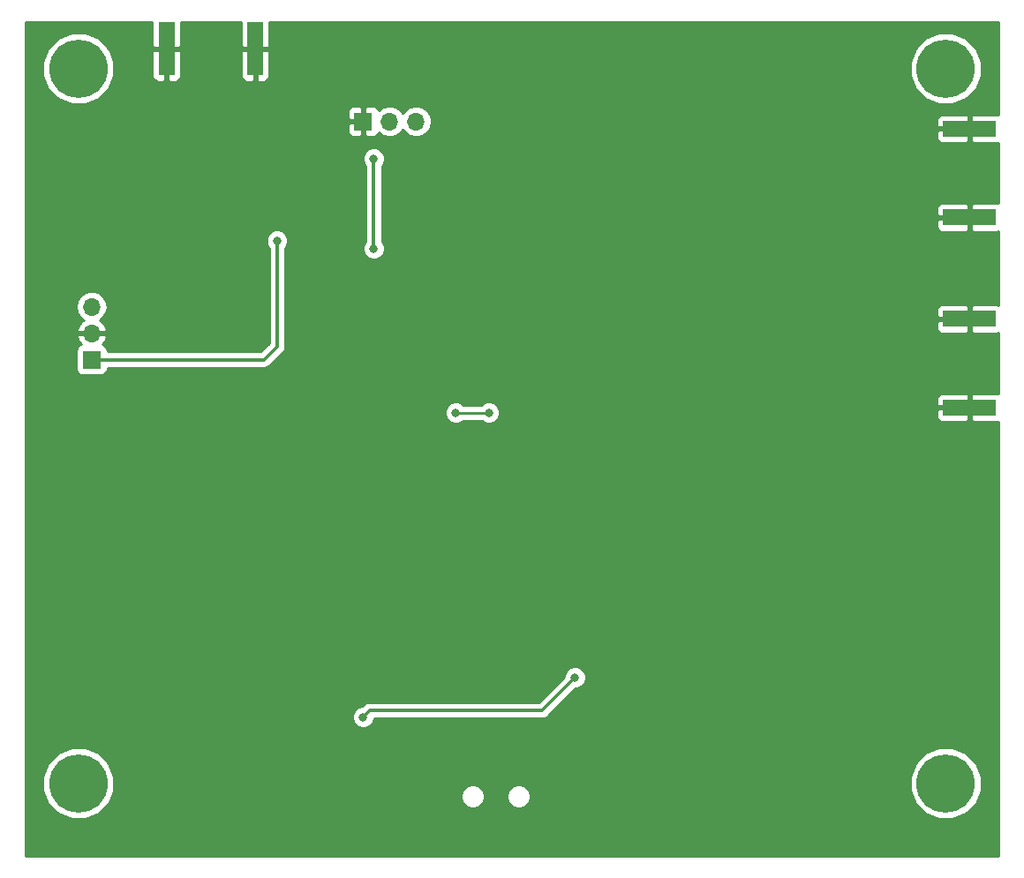
<source format=gbr>
G04 #@! TF.GenerationSoftware,KiCad,Pcbnew,(6.0.0-rc1-dev-1154-gcbd13c712)*
G04 #@! TF.CreationDate,2018-11-28T14:30:39+08:00*
G04 #@! TF.ProjectId,8330_EVA,38333330-5f45-4564-912e-6b696361645f,rev?*
G04 #@! TF.SameCoordinates,Original*
G04 #@! TF.FileFunction,Copper,L2,Bot*
G04 #@! TF.FilePolarity,Positive*
%FSLAX46Y46*%
G04 Gerber Fmt 4.6, Leading zero omitted, Abs format (unit mm)*
G04 Created by KiCad (PCBNEW (6.0.0-rc1-dev-1154-gcbd13c712)) date 2018/11/28 14:30:39*
%MOMM*%
%LPD*%
G01*
G04 APERTURE LIST*
G04 #@! TA.AperFunction,SMDPad,CuDef*
%ADD10R,1.500000X5.080000*%
G04 #@! TD*
G04 #@! TA.AperFunction,ComponentPad*
%ADD11O,1.700000X1.700000*%
G04 #@! TD*
G04 #@! TA.AperFunction,ComponentPad*
%ADD12R,1.700000X1.700000*%
G04 #@! TD*
G04 #@! TA.AperFunction,SMDPad,CuDef*
%ADD13R,5.080000X1.500000*%
G04 #@! TD*
G04 #@! TA.AperFunction,ComponentPad*
%ADD14C,5.600000*%
G04 #@! TD*
G04 #@! TA.AperFunction,ViaPad*
%ADD15C,0.800000*%
G04 #@! TD*
G04 #@! TA.AperFunction,Conductor*
%ADD16C,0.300000*%
G04 #@! TD*
G04 #@! TA.AperFunction,Conductor*
%ADD17C,0.250000*%
G04 #@! TD*
G04 #@! TA.AperFunction,Conductor*
%ADD18C,0.254000*%
G04 #@! TD*
G04 APERTURE END LIST*
D10*
G04 #@! TO.P,J2,2*
G04 #@! TO.N,Earth*
X129345000Y-51435000D03*
X120845000Y-51435000D03*
G04 #@! TD*
D11*
G04 #@! TO.P,J3,3*
G04 #@! TO.N,/VCA/VEE_-5V*
X113665000Y-76200000D03*
G04 #@! TO.P,J3,2*
G04 #@! TO.N,Earth*
X113665000Y-78740000D03*
D12*
G04 #@! TO.P,J3,1*
G04 #@! TO.N,/DAC/VCC_+5V*
X113665000Y-81280000D03*
G04 #@! TD*
D13*
G04 #@! TO.P,J4,2*
G04 #@! TO.N,Earth*
X197866000Y-85875440D03*
X197866000Y-77375440D03*
G04 #@! TD*
G04 #@! TO.P,J5,2*
G04 #@! TO.N,Earth*
X197866000Y-59123000D03*
X197866000Y-67623000D03*
G04 #@! TD*
D12*
G04 #@! TO.P,J6,1*
G04 #@! TO.N,Earth*
X139700000Y-58420000D03*
D11*
G04 #@! TO.P,J6,2*
G04 #@! TO.N,Net-(J6-Pad2)*
X142240000Y-58420000D03*
G04 #@! TO.P,J6,3*
G04 #@! TO.N,Net-(C25-Pad1)*
X144780000Y-58420000D03*
G04 #@! TD*
D14*
G04 #@! TO.P,REF\002A\002A,1*
G04 #@! TO.N,N/C*
X112395000Y-53340000D03*
G04 #@! TD*
G04 #@! TO.P,REF\002A\002A,1*
G04 #@! TO.N,N/C*
X112395000Y-121920000D03*
G04 #@! TD*
G04 #@! TO.P,REF\002A\002A,1*
G04 #@! TO.N,N/C*
X195580000Y-53340000D03*
G04 #@! TD*
G04 #@! TO.P,REF\002A\002A,1*
G04 #@! TO.N,N/C*
X195580000Y-121920000D03*
G04 #@! TD*
D15*
G04 #@! TO.N,Earth*
X137160000Y-82804000D03*
X142748000Y-82550000D03*
X147320000Y-82296000D03*
X135890000Y-91440000D03*
X139192000Y-91186000D03*
X136652000Y-64770000D03*
X139192000Y-64770000D03*
X143510000Y-65024000D03*
X145034000Y-69342000D03*
X129032000Y-67310000D03*
X140335000Y-83820000D03*
X147955000Y-84455000D03*
X121920000Y-85090000D03*
X124460000Y-85090000D03*
X127000000Y-85090000D03*
X137160000Y-76835000D03*
X149225000Y-76835000D03*
X116840000Y-67945000D03*
X119380000Y-67945000D03*
X121920000Y-67945000D03*
X138684000Y-94488000D03*
X145288000Y-95758000D03*
X123444000Y-95250000D03*
X142875000Y-111760000D03*
X142875000Y-113665000D03*
X142875000Y-104140000D03*
X133985000Y-104140000D03*
X140970000Y-104775000D03*
X154850000Y-97155000D03*
G04 #@! TO.N,/USB2SPI/VCCIO*
X139700000Y-115570000D03*
X160020000Y-111760000D03*
G04 #@! TO.N,/USB2SPI/MPSSE_SCK*
X151765000Y-86360000D03*
X148590000Y-86360000D03*
G04 #@! TO.N,/DAC/VCC_+5V*
X131445000Y-69850000D03*
G04 #@! TO.N,Net-(J6-Pad2)*
X140716000Y-61976000D03*
X140716000Y-70612000D03*
G04 #@! TD*
D16*
G04 #@! TO.N,/USB2SPI/VCCIO*
X139700000Y-115570000D02*
X140335000Y-114935000D01*
X140335000Y-114935000D02*
X156845000Y-114935000D01*
X156845000Y-114935000D02*
X160020000Y-111760000D01*
D17*
G04 #@! TO.N,/USB2SPI/MPSSE_SCK*
X151765000Y-86360000D02*
X148590000Y-86360000D01*
D16*
G04 #@! TO.N,/DAC/VCC_+5V*
X113665000Y-81280000D02*
X128905000Y-81280000D01*
X128905000Y-81280000D02*
X130175000Y-81280000D01*
X131445000Y-80010000D02*
X131445000Y-69850000D01*
X130175000Y-81280000D02*
X131445000Y-80010000D01*
G04 #@! TO.N,Net-(J6-Pad2)*
X140716000Y-61976000D02*
X140716000Y-70612000D01*
G04 #@! TD*
D18*
G04 #@! TO.N,Earth*
G36*
X119460000Y-51149250D02*
X119618750Y-51308000D01*
X120718000Y-51308000D01*
X120718000Y-51288000D01*
X120972000Y-51288000D01*
X120972000Y-51308000D01*
X122071250Y-51308000D01*
X122230000Y-51149250D01*
X122230000Y-48920000D01*
X127960000Y-48920000D01*
X127960000Y-51149250D01*
X128118750Y-51308000D01*
X129218000Y-51308000D01*
X129218000Y-51288000D01*
X129472000Y-51288000D01*
X129472000Y-51308000D01*
X130571250Y-51308000D01*
X130730000Y-51149250D01*
X130730000Y-48920000D01*
X200635001Y-48920000D01*
X200635001Y-57780536D01*
X200532310Y-57738000D01*
X198151750Y-57738000D01*
X197993000Y-57896750D01*
X197993000Y-58996000D01*
X198013000Y-58996000D01*
X198013000Y-59250000D01*
X197993000Y-59250000D01*
X197993000Y-60349250D01*
X198151750Y-60508000D01*
X200532310Y-60508000D01*
X200635001Y-60465464D01*
X200635001Y-66280536D01*
X200532310Y-66238000D01*
X198151750Y-66238000D01*
X197993000Y-66396750D01*
X197993000Y-67496000D01*
X198013000Y-67496000D01*
X198013000Y-67750000D01*
X197993000Y-67750000D01*
X197993000Y-68849250D01*
X198151750Y-69008000D01*
X200532310Y-69008000D01*
X200635001Y-68965464D01*
X200635001Y-76032976D01*
X200532310Y-75990440D01*
X198151750Y-75990440D01*
X197993000Y-76149190D01*
X197993000Y-77248440D01*
X198013000Y-77248440D01*
X198013000Y-77502440D01*
X197993000Y-77502440D01*
X197993000Y-78601690D01*
X198151750Y-78760440D01*
X200532310Y-78760440D01*
X200635001Y-78717904D01*
X200635001Y-84532976D01*
X200532310Y-84490440D01*
X198151750Y-84490440D01*
X197993000Y-84649190D01*
X197993000Y-85748440D01*
X198013000Y-85748440D01*
X198013000Y-86002440D01*
X197993000Y-86002440D01*
X197993000Y-87101690D01*
X198151750Y-87260440D01*
X200532310Y-87260440D01*
X200635001Y-87217904D01*
X200635000Y-128880000D01*
X107340000Y-128880000D01*
X107340000Y-121236736D01*
X108960000Y-121236736D01*
X108960000Y-122603264D01*
X109482947Y-123865771D01*
X110449229Y-124832053D01*
X111711736Y-125355000D01*
X113078264Y-125355000D01*
X114340771Y-124832053D01*
X115307053Y-123865771D01*
X115680481Y-122964234D01*
X149065000Y-122964234D01*
X149065000Y-123415766D01*
X149237793Y-123832926D01*
X149557074Y-124152207D01*
X149974234Y-124325000D01*
X150425766Y-124325000D01*
X150842926Y-124152207D01*
X151162207Y-123832926D01*
X151335000Y-123415766D01*
X151335000Y-122964234D01*
X153465000Y-122964234D01*
X153465000Y-123415766D01*
X153637793Y-123832926D01*
X153957074Y-124152207D01*
X154374234Y-124325000D01*
X154825766Y-124325000D01*
X155242926Y-124152207D01*
X155562207Y-123832926D01*
X155735000Y-123415766D01*
X155735000Y-122964234D01*
X155562207Y-122547074D01*
X155242926Y-122227793D01*
X154825766Y-122055000D01*
X154374234Y-122055000D01*
X153957074Y-122227793D01*
X153637793Y-122547074D01*
X153465000Y-122964234D01*
X151335000Y-122964234D01*
X151162207Y-122547074D01*
X150842926Y-122227793D01*
X150425766Y-122055000D01*
X149974234Y-122055000D01*
X149557074Y-122227793D01*
X149237793Y-122547074D01*
X149065000Y-122964234D01*
X115680481Y-122964234D01*
X115830000Y-122603264D01*
X115830000Y-121236736D01*
X192145000Y-121236736D01*
X192145000Y-122603264D01*
X192667947Y-123865771D01*
X193634229Y-124832053D01*
X194896736Y-125355000D01*
X196263264Y-125355000D01*
X197525771Y-124832053D01*
X198492053Y-123865771D01*
X199015000Y-122603264D01*
X199015000Y-121236736D01*
X198492053Y-119974229D01*
X197525771Y-119007947D01*
X196263264Y-118485000D01*
X194896736Y-118485000D01*
X193634229Y-119007947D01*
X192667947Y-119974229D01*
X192145000Y-121236736D01*
X115830000Y-121236736D01*
X115307053Y-119974229D01*
X114340771Y-119007947D01*
X113078264Y-118485000D01*
X111711736Y-118485000D01*
X110449229Y-119007947D01*
X109482947Y-119974229D01*
X108960000Y-121236736D01*
X107340000Y-121236736D01*
X107340000Y-115364126D01*
X138665000Y-115364126D01*
X138665000Y-115775874D01*
X138822569Y-116156280D01*
X139113720Y-116447431D01*
X139494126Y-116605000D01*
X139905874Y-116605000D01*
X140286280Y-116447431D01*
X140577431Y-116156280D01*
X140735000Y-115775874D01*
X140735000Y-115720000D01*
X156767688Y-115720000D01*
X156845000Y-115735378D01*
X156922312Y-115720000D01*
X156922316Y-115720000D01*
X157151292Y-115674454D01*
X157410953Y-115500953D01*
X157454749Y-115435408D01*
X160095158Y-112795000D01*
X160225874Y-112795000D01*
X160606280Y-112637431D01*
X160897431Y-112346280D01*
X161055000Y-111965874D01*
X161055000Y-111554126D01*
X160897431Y-111173720D01*
X160606280Y-110882569D01*
X160225874Y-110725000D01*
X159814126Y-110725000D01*
X159433720Y-110882569D01*
X159142569Y-111173720D01*
X158985000Y-111554126D01*
X158985000Y-111684842D01*
X156519843Y-114150000D01*
X140412312Y-114150000D01*
X140335000Y-114134622D01*
X140257688Y-114150000D01*
X140257684Y-114150000D01*
X140028708Y-114195546D01*
X139769047Y-114369047D01*
X139725251Y-114434592D01*
X139624843Y-114535000D01*
X139494126Y-114535000D01*
X139113720Y-114692569D01*
X138822569Y-114983720D01*
X138665000Y-115364126D01*
X107340000Y-115364126D01*
X107340000Y-86154126D01*
X147555000Y-86154126D01*
X147555000Y-86565874D01*
X147712569Y-86946280D01*
X148003720Y-87237431D01*
X148384126Y-87395000D01*
X148795874Y-87395000D01*
X149176280Y-87237431D01*
X149293711Y-87120000D01*
X151061289Y-87120000D01*
X151178720Y-87237431D01*
X151559126Y-87395000D01*
X151970874Y-87395000D01*
X152351280Y-87237431D01*
X152642431Y-86946280D01*
X152800000Y-86565874D01*
X152800000Y-86161190D01*
X194691000Y-86161190D01*
X194691000Y-86751749D01*
X194787673Y-86985138D01*
X194966301Y-87163767D01*
X195199690Y-87260440D01*
X197580250Y-87260440D01*
X197739000Y-87101690D01*
X197739000Y-86002440D01*
X194849750Y-86002440D01*
X194691000Y-86161190D01*
X152800000Y-86161190D01*
X152800000Y-86154126D01*
X152642431Y-85773720D01*
X152351280Y-85482569D01*
X151970874Y-85325000D01*
X151559126Y-85325000D01*
X151178720Y-85482569D01*
X151061289Y-85600000D01*
X149293711Y-85600000D01*
X149176280Y-85482569D01*
X148795874Y-85325000D01*
X148384126Y-85325000D01*
X148003720Y-85482569D01*
X147712569Y-85773720D01*
X147555000Y-86154126D01*
X107340000Y-86154126D01*
X107340000Y-84999131D01*
X194691000Y-84999131D01*
X194691000Y-85589690D01*
X194849750Y-85748440D01*
X197739000Y-85748440D01*
X197739000Y-84649190D01*
X197580250Y-84490440D01*
X195199690Y-84490440D01*
X194966301Y-84587113D01*
X194787673Y-84765742D01*
X194691000Y-84999131D01*
X107340000Y-84999131D01*
X107340000Y-80430000D01*
X112167560Y-80430000D01*
X112167560Y-82130000D01*
X112216843Y-82377765D01*
X112357191Y-82587809D01*
X112567235Y-82728157D01*
X112815000Y-82777440D01*
X114515000Y-82777440D01*
X114762765Y-82728157D01*
X114972809Y-82587809D01*
X115113157Y-82377765D01*
X115162440Y-82130000D01*
X115162440Y-82065000D01*
X130097688Y-82065000D01*
X130175000Y-82080378D01*
X130252312Y-82065000D01*
X130252316Y-82065000D01*
X130481292Y-82019454D01*
X130740953Y-81845953D01*
X130784749Y-81780408D01*
X131945411Y-80619747D01*
X132010953Y-80575953D01*
X132054747Y-80510411D01*
X132054749Y-80510409D01*
X132108476Y-80430000D01*
X132184454Y-80316292D01*
X132230000Y-80087316D01*
X132230000Y-80087312D01*
X132245378Y-80010001D01*
X132230000Y-79932690D01*
X132230000Y-77661190D01*
X194691000Y-77661190D01*
X194691000Y-78251749D01*
X194787673Y-78485138D01*
X194966301Y-78663767D01*
X195199690Y-78760440D01*
X197580250Y-78760440D01*
X197739000Y-78601690D01*
X197739000Y-77502440D01*
X194849750Y-77502440D01*
X194691000Y-77661190D01*
X132230000Y-77661190D01*
X132230000Y-76499131D01*
X194691000Y-76499131D01*
X194691000Y-77089690D01*
X194849750Y-77248440D01*
X197739000Y-77248440D01*
X197739000Y-76149190D01*
X197580250Y-75990440D01*
X195199690Y-75990440D01*
X194966301Y-76087113D01*
X194787673Y-76265742D01*
X194691000Y-76499131D01*
X132230000Y-76499131D01*
X132230000Y-70528711D01*
X132322431Y-70436280D01*
X132480000Y-70055874D01*
X132480000Y-69644126D01*
X132322431Y-69263720D01*
X132031280Y-68972569D01*
X131650874Y-68815000D01*
X131239126Y-68815000D01*
X130858720Y-68972569D01*
X130567569Y-69263720D01*
X130410000Y-69644126D01*
X130410000Y-70055874D01*
X130567569Y-70436280D01*
X130660001Y-70528712D01*
X130660000Y-79684842D01*
X129849843Y-80495000D01*
X115162440Y-80495000D01*
X115162440Y-80430000D01*
X115113157Y-80182235D01*
X114972809Y-79972191D01*
X114762765Y-79831843D01*
X114659292Y-79811261D01*
X114936645Y-79506924D01*
X115106476Y-79096890D01*
X114985155Y-78867000D01*
X113792000Y-78867000D01*
X113792000Y-78887000D01*
X113538000Y-78887000D01*
X113538000Y-78867000D01*
X112344845Y-78867000D01*
X112223524Y-79096890D01*
X112393355Y-79506924D01*
X112670708Y-79811261D01*
X112567235Y-79831843D01*
X112357191Y-79972191D01*
X112216843Y-80182235D01*
X112167560Y-80430000D01*
X107340000Y-80430000D01*
X107340000Y-76200000D01*
X112150908Y-76200000D01*
X112266161Y-76779418D01*
X112594375Y-77270625D01*
X112913478Y-77483843D01*
X112783642Y-77544817D01*
X112393355Y-77973076D01*
X112223524Y-78383110D01*
X112344845Y-78613000D01*
X113538000Y-78613000D01*
X113538000Y-78593000D01*
X113792000Y-78593000D01*
X113792000Y-78613000D01*
X114985155Y-78613000D01*
X115106476Y-78383110D01*
X114936645Y-77973076D01*
X114546358Y-77544817D01*
X114416522Y-77483843D01*
X114735625Y-77270625D01*
X115063839Y-76779418D01*
X115179092Y-76200000D01*
X115063839Y-75620582D01*
X114735625Y-75129375D01*
X114244418Y-74801161D01*
X113811256Y-74715000D01*
X113518744Y-74715000D01*
X113085582Y-74801161D01*
X112594375Y-75129375D01*
X112266161Y-75620582D01*
X112150908Y-76200000D01*
X107340000Y-76200000D01*
X107340000Y-61770126D01*
X139681000Y-61770126D01*
X139681000Y-62181874D01*
X139838569Y-62562280D01*
X139931000Y-62654711D01*
X139931001Y-69933288D01*
X139838569Y-70025720D01*
X139681000Y-70406126D01*
X139681000Y-70817874D01*
X139838569Y-71198280D01*
X140129720Y-71489431D01*
X140510126Y-71647000D01*
X140921874Y-71647000D01*
X141302280Y-71489431D01*
X141593431Y-71198280D01*
X141751000Y-70817874D01*
X141751000Y-70406126D01*
X141593431Y-70025720D01*
X141501000Y-69933289D01*
X141501000Y-67908750D01*
X194691000Y-67908750D01*
X194691000Y-68499309D01*
X194787673Y-68732698D01*
X194966301Y-68911327D01*
X195199690Y-69008000D01*
X197580250Y-69008000D01*
X197739000Y-68849250D01*
X197739000Y-67750000D01*
X194849750Y-67750000D01*
X194691000Y-67908750D01*
X141501000Y-67908750D01*
X141501000Y-66746691D01*
X194691000Y-66746691D01*
X194691000Y-67337250D01*
X194849750Y-67496000D01*
X197739000Y-67496000D01*
X197739000Y-66396750D01*
X197580250Y-66238000D01*
X195199690Y-66238000D01*
X194966301Y-66334673D01*
X194787673Y-66513302D01*
X194691000Y-66746691D01*
X141501000Y-66746691D01*
X141501000Y-62654711D01*
X141593431Y-62562280D01*
X141751000Y-62181874D01*
X141751000Y-61770126D01*
X141593431Y-61389720D01*
X141302280Y-61098569D01*
X140921874Y-60941000D01*
X140510126Y-60941000D01*
X140129720Y-61098569D01*
X139838569Y-61389720D01*
X139681000Y-61770126D01*
X107340000Y-61770126D01*
X107340000Y-58705750D01*
X138215000Y-58705750D01*
X138215000Y-59396309D01*
X138311673Y-59629698D01*
X138490301Y-59808327D01*
X138723690Y-59905000D01*
X139414250Y-59905000D01*
X139573000Y-59746250D01*
X139573000Y-58547000D01*
X138373750Y-58547000D01*
X138215000Y-58705750D01*
X107340000Y-58705750D01*
X107340000Y-57443691D01*
X138215000Y-57443691D01*
X138215000Y-58134250D01*
X138373750Y-58293000D01*
X139573000Y-58293000D01*
X139573000Y-57093750D01*
X139827000Y-57093750D01*
X139827000Y-58293000D01*
X139847000Y-58293000D01*
X139847000Y-58547000D01*
X139827000Y-58547000D01*
X139827000Y-59746250D01*
X139985750Y-59905000D01*
X140676310Y-59905000D01*
X140909699Y-59808327D01*
X141088327Y-59629698D01*
X141154904Y-59468967D01*
X141169375Y-59490625D01*
X141660582Y-59818839D01*
X142093744Y-59905000D01*
X142386256Y-59905000D01*
X142819418Y-59818839D01*
X143310625Y-59490625D01*
X143510000Y-59192239D01*
X143709375Y-59490625D01*
X144200582Y-59818839D01*
X144633744Y-59905000D01*
X144926256Y-59905000D01*
X145359418Y-59818839D01*
X145850625Y-59490625D01*
X145905332Y-59408750D01*
X194691000Y-59408750D01*
X194691000Y-59999309D01*
X194787673Y-60232698D01*
X194966301Y-60411327D01*
X195199690Y-60508000D01*
X197580250Y-60508000D01*
X197739000Y-60349250D01*
X197739000Y-59250000D01*
X194849750Y-59250000D01*
X194691000Y-59408750D01*
X145905332Y-59408750D01*
X146178839Y-58999418D01*
X146294092Y-58420000D01*
X146259619Y-58246691D01*
X194691000Y-58246691D01*
X194691000Y-58837250D01*
X194849750Y-58996000D01*
X197739000Y-58996000D01*
X197739000Y-57896750D01*
X197580250Y-57738000D01*
X195199690Y-57738000D01*
X194966301Y-57834673D01*
X194787673Y-58013302D01*
X194691000Y-58246691D01*
X146259619Y-58246691D01*
X146178839Y-57840582D01*
X145850625Y-57349375D01*
X145359418Y-57021161D01*
X144926256Y-56935000D01*
X144633744Y-56935000D01*
X144200582Y-57021161D01*
X143709375Y-57349375D01*
X143510000Y-57647761D01*
X143310625Y-57349375D01*
X142819418Y-57021161D01*
X142386256Y-56935000D01*
X142093744Y-56935000D01*
X141660582Y-57021161D01*
X141169375Y-57349375D01*
X141154904Y-57371033D01*
X141088327Y-57210302D01*
X140909699Y-57031673D01*
X140676310Y-56935000D01*
X139985750Y-56935000D01*
X139827000Y-57093750D01*
X139573000Y-57093750D01*
X139414250Y-56935000D01*
X138723690Y-56935000D01*
X138490301Y-57031673D01*
X138311673Y-57210302D01*
X138215000Y-57443691D01*
X107340000Y-57443691D01*
X107340000Y-52656736D01*
X108960000Y-52656736D01*
X108960000Y-54023264D01*
X109482947Y-55285771D01*
X110449229Y-56252053D01*
X111711736Y-56775000D01*
X113078264Y-56775000D01*
X114340771Y-56252053D01*
X115307053Y-55285771D01*
X115830000Y-54023264D01*
X115830000Y-52656736D01*
X115442303Y-51720750D01*
X119460000Y-51720750D01*
X119460000Y-54101310D01*
X119556673Y-54334699D01*
X119735302Y-54513327D01*
X119968691Y-54610000D01*
X120559250Y-54610000D01*
X120718000Y-54451250D01*
X120718000Y-51562000D01*
X120972000Y-51562000D01*
X120972000Y-54451250D01*
X121130750Y-54610000D01*
X121721309Y-54610000D01*
X121954698Y-54513327D01*
X122133327Y-54334699D01*
X122230000Y-54101310D01*
X122230000Y-51720750D01*
X127960000Y-51720750D01*
X127960000Y-54101310D01*
X128056673Y-54334699D01*
X128235302Y-54513327D01*
X128468691Y-54610000D01*
X129059250Y-54610000D01*
X129218000Y-54451250D01*
X129218000Y-51562000D01*
X129472000Y-51562000D01*
X129472000Y-54451250D01*
X129630750Y-54610000D01*
X130221309Y-54610000D01*
X130454698Y-54513327D01*
X130633327Y-54334699D01*
X130730000Y-54101310D01*
X130730000Y-52656736D01*
X192145000Y-52656736D01*
X192145000Y-54023264D01*
X192667947Y-55285771D01*
X193634229Y-56252053D01*
X194896736Y-56775000D01*
X196263264Y-56775000D01*
X197525771Y-56252053D01*
X198492053Y-55285771D01*
X199015000Y-54023264D01*
X199015000Y-52656736D01*
X198492053Y-51394229D01*
X197525771Y-50427947D01*
X196263264Y-49905000D01*
X194896736Y-49905000D01*
X193634229Y-50427947D01*
X192667947Y-51394229D01*
X192145000Y-52656736D01*
X130730000Y-52656736D01*
X130730000Y-51720750D01*
X130571250Y-51562000D01*
X129472000Y-51562000D01*
X129218000Y-51562000D01*
X128118750Y-51562000D01*
X127960000Y-51720750D01*
X122230000Y-51720750D01*
X122071250Y-51562000D01*
X120972000Y-51562000D01*
X120718000Y-51562000D01*
X119618750Y-51562000D01*
X119460000Y-51720750D01*
X115442303Y-51720750D01*
X115307053Y-51394229D01*
X114340771Y-50427947D01*
X113078264Y-49905000D01*
X111711736Y-49905000D01*
X110449229Y-50427947D01*
X109482947Y-51394229D01*
X108960000Y-52656736D01*
X107340000Y-52656736D01*
X107340000Y-48920000D01*
X119460000Y-48920000D01*
X119460000Y-51149250D01*
X119460000Y-51149250D01*
G37*
X119460000Y-51149250D02*
X119618750Y-51308000D01*
X120718000Y-51308000D01*
X120718000Y-51288000D01*
X120972000Y-51288000D01*
X120972000Y-51308000D01*
X122071250Y-51308000D01*
X122230000Y-51149250D01*
X122230000Y-48920000D01*
X127960000Y-48920000D01*
X127960000Y-51149250D01*
X128118750Y-51308000D01*
X129218000Y-51308000D01*
X129218000Y-51288000D01*
X129472000Y-51288000D01*
X129472000Y-51308000D01*
X130571250Y-51308000D01*
X130730000Y-51149250D01*
X130730000Y-48920000D01*
X200635001Y-48920000D01*
X200635001Y-57780536D01*
X200532310Y-57738000D01*
X198151750Y-57738000D01*
X197993000Y-57896750D01*
X197993000Y-58996000D01*
X198013000Y-58996000D01*
X198013000Y-59250000D01*
X197993000Y-59250000D01*
X197993000Y-60349250D01*
X198151750Y-60508000D01*
X200532310Y-60508000D01*
X200635001Y-60465464D01*
X200635001Y-66280536D01*
X200532310Y-66238000D01*
X198151750Y-66238000D01*
X197993000Y-66396750D01*
X197993000Y-67496000D01*
X198013000Y-67496000D01*
X198013000Y-67750000D01*
X197993000Y-67750000D01*
X197993000Y-68849250D01*
X198151750Y-69008000D01*
X200532310Y-69008000D01*
X200635001Y-68965464D01*
X200635001Y-76032976D01*
X200532310Y-75990440D01*
X198151750Y-75990440D01*
X197993000Y-76149190D01*
X197993000Y-77248440D01*
X198013000Y-77248440D01*
X198013000Y-77502440D01*
X197993000Y-77502440D01*
X197993000Y-78601690D01*
X198151750Y-78760440D01*
X200532310Y-78760440D01*
X200635001Y-78717904D01*
X200635001Y-84532976D01*
X200532310Y-84490440D01*
X198151750Y-84490440D01*
X197993000Y-84649190D01*
X197993000Y-85748440D01*
X198013000Y-85748440D01*
X198013000Y-86002440D01*
X197993000Y-86002440D01*
X197993000Y-87101690D01*
X198151750Y-87260440D01*
X200532310Y-87260440D01*
X200635001Y-87217904D01*
X200635000Y-128880000D01*
X107340000Y-128880000D01*
X107340000Y-121236736D01*
X108960000Y-121236736D01*
X108960000Y-122603264D01*
X109482947Y-123865771D01*
X110449229Y-124832053D01*
X111711736Y-125355000D01*
X113078264Y-125355000D01*
X114340771Y-124832053D01*
X115307053Y-123865771D01*
X115680481Y-122964234D01*
X149065000Y-122964234D01*
X149065000Y-123415766D01*
X149237793Y-123832926D01*
X149557074Y-124152207D01*
X149974234Y-124325000D01*
X150425766Y-124325000D01*
X150842926Y-124152207D01*
X151162207Y-123832926D01*
X151335000Y-123415766D01*
X151335000Y-122964234D01*
X153465000Y-122964234D01*
X153465000Y-123415766D01*
X153637793Y-123832926D01*
X153957074Y-124152207D01*
X154374234Y-124325000D01*
X154825766Y-124325000D01*
X155242926Y-124152207D01*
X155562207Y-123832926D01*
X155735000Y-123415766D01*
X155735000Y-122964234D01*
X155562207Y-122547074D01*
X155242926Y-122227793D01*
X154825766Y-122055000D01*
X154374234Y-122055000D01*
X153957074Y-122227793D01*
X153637793Y-122547074D01*
X153465000Y-122964234D01*
X151335000Y-122964234D01*
X151162207Y-122547074D01*
X150842926Y-122227793D01*
X150425766Y-122055000D01*
X149974234Y-122055000D01*
X149557074Y-122227793D01*
X149237793Y-122547074D01*
X149065000Y-122964234D01*
X115680481Y-122964234D01*
X115830000Y-122603264D01*
X115830000Y-121236736D01*
X192145000Y-121236736D01*
X192145000Y-122603264D01*
X192667947Y-123865771D01*
X193634229Y-124832053D01*
X194896736Y-125355000D01*
X196263264Y-125355000D01*
X197525771Y-124832053D01*
X198492053Y-123865771D01*
X199015000Y-122603264D01*
X199015000Y-121236736D01*
X198492053Y-119974229D01*
X197525771Y-119007947D01*
X196263264Y-118485000D01*
X194896736Y-118485000D01*
X193634229Y-119007947D01*
X192667947Y-119974229D01*
X192145000Y-121236736D01*
X115830000Y-121236736D01*
X115307053Y-119974229D01*
X114340771Y-119007947D01*
X113078264Y-118485000D01*
X111711736Y-118485000D01*
X110449229Y-119007947D01*
X109482947Y-119974229D01*
X108960000Y-121236736D01*
X107340000Y-121236736D01*
X107340000Y-115364126D01*
X138665000Y-115364126D01*
X138665000Y-115775874D01*
X138822569Y-116156280D01*
X139113720Y-116447431D01*
X139494126Y-116605000D01*
X139905874Y-116605000D01*
X140286280Y-116447431D01*
X140577431Y-116156280D01*
X140735000Y-115775874D01*
X140735000Y-115720000D01*
X156767688Y-115720000D01*
X156845000Y-115735378D01*
X156922312Y-115720000D01*
X156922316Y-115720000D01*
X157151292Y-115674454D01*
X157410953Y-115500953D01*
X157454749Y-115435408D01*
X160095158Y-112795000D01*
X160225874Y-112795000D01*
X160606280Y-112637431D01*
X160897431Y-112346280D01*
X161055000Y-111965874D01*
X161055000Y-111554126D01*
X160897431Y-111173720D01*
X160606280Y-110882569D01*
X160225874Y-110725000D01*
X159814126Y-110725000D01*
X159433720Y-110882569D01*
X159142569Y-111173720D01*
X158985000Y-111554126D01*
X158985000Y-111684842D01*
X156519843Y-114150000D01*
X140412312Y-114150000D01*
X140335000Y-114134622D01*
X140257688Y-114150000D01*
X140257684Y-114150000D01*
X140028708Y-114195546D01*
X139769047Y-114369047D01*
X139725251Y-114434592D01*
X139624843Y-114535000D01*
X139494126Y-114535000D01*
X139113720Y-114692569D01*
X138822569Y-114983720D01*
X138665000Y-115364126D01*
X107340000Y-115364126D01*
X107340000Y-86154126D01*
X147555000Y-86154126D01*
X147555000Y-86565874D01*
X147712569Y-86946280D01*
X148003720Y-87237431D01*
X148384126Y-87395000D01*
X148795874Y-87395000D01*
X149176280Y-87237431D01*
X149293711Y-87120000D01*
X151061289Y-87120000D01*
X151178720Y-87237431D01*
X151559126Y-87395000D01*
X151970874Y-87395000D01*
X152351280Y-87237431D01*
X152642431Y-86946280D01*
X152800000Y-86565874D01*
X152800000Y-86161190D01*
X194691000Y-86161190D01*
X194691000Y-86751749D01*
X194787673Y-86985138D01*
X194966301Y-87163767D01*
X195199690Y-87260440D01*
X197580250Y-87260440D01*
X197739000Y-87101690D01*
X197739000Y-86002440D01*
X194849750Y-86002440D01*
X194691000Y-86161190D01*
X152800000Y-86161190D01*
X152800000Y-86154126D01*
X152642431Y-85773720D01*
X152351280Y-85482569D01*
X151970874Y-85325000D01*
X151559126Y-85325000D01*
X151178720Y-85482569D01*
X151061289Y-85600000D01*
X149293711Y-85600000D01*
X149176280Y-85482569D01*
X148795874Y-85325000D01*
X148384126Y-85325000D01*
X148003720Y-85482569D01*
X147712569Y-85773720D01*
X147555000Y-86154126D01*
X107340000Y-86154126D01*
X107340000Y-84999131D01*
X194691000Y-84999131D01*
X194691000Y-85589690D01*
X194849750Y-85748440D01*
X197739000Y-85748440D01*
X197739000Y-84649190D01*
X197580250Y-84490440D01*
X195199690Y-84490440D01*
X194966301Y-84587113D01*
X194787673Y-84765742D01*
X194691000Y-84999131D01*
X107340000Y-84999131D01*
X107340000Y-80430000D01*
X112167560Y-80430000D01*
X112167560Y-82130000D01*
X112216843Y-82377765D01*
X112357191Y-82587809D01*
X112567235Y-82728157D01*
X112815000Y-82777440D01*
X114515000Y-82777440D01*
X114762765Y-82728157D01*
X114972809Y-82587809D01*
X115113157Y-82377765D01*
X115162440Y-82130000D01*
X115162440Y-82065000D01*
X130097688Y-82065000D01*
X130175000Y-82080378D01*
X130252312Y-82065000D01*
X130252316Y-82065000D01*
X130481292Y-82019454D01*
X130740953Y-81845953D01*
X130784749Y-81780408D01*
X131945411Y-80619747D01*
X132010953Y-80575953D01*
X132054747Y-80510411D01*
X132054749Y-80510409D01*
X132108476Y-80430000D01*
X132184454Y-80316292D01*
X132230000Y-80087316D01*
X132230000Y-80087312D01*
X132245378Y-80010001D01*
X132230000Y-79932690D01*
X132230000Y-77661190D01*
X194691000Y-77661190D01*
X194691000Y-78251749D01*
X194787673Y-78485138D01*
X194966301Y-78663767D01*
X195199690Y-78760440D01*
X197580250Y-78760440D01*
X197739000Y-78601690D01*
X197739000Y-77502440D01*
X194849750Y-77502440D01*
X194691000Y-77661190D01*
X132230000Y-77661190D01*
X132230000Y-76499131D01*
X194691000Y-76499131D01*
X194691000Y-77089690D01*
X194849750Y-77248440D01*
X197739000Y-77248440D01*
X197739000Y-76149190D01*
X197580250Y-75990440D01*
X195199690Y-75990440D01*
X194966301Y-76087113D01*
X194787673Y-76265742D01*
X194691000Y-76499131D01*
X132230000Y-76499131D01*
X132230000Y-70528711D01*
X132322431Y-70436280D01*
X132480000Y-70055874D01*
X132480000Y-69644126D01*
X132322431Y-69263720D01*
X132031280Y-68972569D01*
X131650874Y-68815000D01*
X131239126Y-68815000D01*
X130858720Y-68972569D01*
X130567569Y-69263720D01*
X130410000Y-69644126D01*
X130410000Y-70055874D01*
X130567569Y-70436280D01*
X130660001Y-70528712D01*
X130660000Y-79684842D01*
X129849843Y-80495000D01*
X115162440Y-80495000D01*
X115162440Y-80430000D01*
X115113157Y-80182235D01*
X114972809Y-79972191D01*
X114762765Y-79831843D01*
X114659292Y-79811261D01*
X114936645Y-79506924D01*
X115106476Y-79096890D01*
X114985155Y-78867000D01*
X113792000Y-78867000D01*
X113792000Y-78887000D01*
X113538000Y-78887000D01*
X113538000Y-78867000D01*
X112344845Y-78867000D01*
X112223524Y-79096890D01*
X112393355Y-79506924D01*
X112670708Y-79811261D01*
X112567235Y-79831843D01*
X112357191Y-79972191D01*
X112216843Y-80182235D01*
X112167560Y-80430000D01*
X107340000Y-80430000D01*
X107340000Y-76200000D01*
X112150908Y-76200000D01*
X112266161Y-76779418D01*
X112594375Y-77270625D01*
X112913478Y-77483843D01*
X112783642Y-77544817D01*
X112393355Y-77973076D01*
X112223524Y-78383110D01*
X112344845Y-78613000D01*
X113538000Y-78613000D01*
X113538000Y-78593000D01*
X113792000Y-78593000D01*
X113792000Y-78613000D01*
X114985155Y-78613000D01*
X115106476Y-78383110D01*
X114936645Y-77973076D01*
X114546358Y-77544817D01*
X114416522Y-77483843D01*
X114735625Y-77270625D01*
X115063839Y-76779418D01*
X115179092Y-76200000D01*
X115063839Y-75620582D01*
X114735625Y-75129375D01*
X114244418Y-74801161D01*
X113811256Y-74715000D01*
X113518744Y-74715000D01*
X113085582Y-74801161D01*
X112594375Y-75129375D01*
X112266161Y-75620582D01*
X112150908Y-76200000D01*
X107340000Y-76200000D01*
X107340000Y-61770126D01*
X139681000Y-61770126D01*
X139681000Y-62181874D01*
X139838569Y-62562280D01*
X139931000Y-62654711D01*
X139931001Y-69933288D01*
X139838569Y-70025720D01*
X139681000Y-70406126D01*
X139681000Y-70817874D01*
X139838569Y-71198280D01*
X140129720Y-71489431D01*
X140510126Y-71647000D01*
X140921874Y-71647000D01*
X141302280Y-71489431D01*
X141593431Y-71198280D01*
X141751000Y-70817874D01*
X141751000Y-70406126D01*
X141593431Y-70025720D01*
X141501000Y-69933289D01*
X141501000Y-67908750D01*
X194691000Y-67908750D01*
X194691000Y-68499309D01*
X194787673Y-68732698D01*
X194966301Y-68911327D01*
X195199690Y-69008000D01*
X197580250Y-69008000D01*
X197739000Y-68849250D01*
X197739000Y-67750000D01*
X194849750Y-67750000D01*
X194691000Y-67908750D01*
X141501000Y-67908750D01*
X141501000Y-66746691D01*
X194691000Y-66746691D01*
X194691000Y-67337250D01*
X194849750Y-67496000D01*
X197739000Y-67496000D01*
X197739000Y-66396750D01*
X197580250Y-66238000D01*
X195199690Y-66238000D01*
X194966301Y-66334673D01*
X194787673Y-66513302D01*
X194691000Y-66746691D01*
X141501000Y-66746691D01*
X141501000Y-62654711D01*
X141593431Y-62562280D01*
X141751000Y-62181874D01*
X141751000Y-61770126D01*
X141593431Y-61389720D01*
X141302280Y-61098569D01*
X140921874Y-60941000D01*
X140510126Y-60941000D01*
X140129720Y-61098569D01*
X139838569Y-61389720D01*
X139681000Y-61770126D01*
X107340000Y-61770126D01*
X107340000Y-58705750D01*
X138215000Y-58705750D01*
X138215000Y-59396309D01*
X138311673Y-59629698D01*
X138490301Y-59808327D01*
X138723690Y-59905000D01*
X139414250Y-59905000D01*
X139573000Y-59746250D01*
X139573000Y-58547000D01*
X138373750Y-58547000D01*
X138215000Y-58705750D01*
X107340000Y-58705750D01*
X107340000Y-57443691D01*
X138215000Y-57443691D01*
X138215000Y-58134250D01*
X138373750Y-58293000D01*
X139573000Y-58293000D01*
X139573000Y-57093750D01*
X139827000Y-57093750D01*
X139827000Y-58293000D01*
X139847000Y-58293000D01*
X139847000Y-58547000D01*
X139827000Y-58547000D01*
X139827000Y-59746250D01*
X139985750Y-59905000D01*
X140676310Y-59905000D01*
X140909699Y-59808327D01*
X141088327Y-59629698D01*
X141154904Y-59468967D01*
X141169375Y-59490625D01*
X141660582Y-59818839D01*
X142093744Y-59905000D01*
X142386256Y-59905000D01*
X142819418Y-59818839D01*
X143310625Y-59490625D01*
X143510000Y-59192239D01*
X143709375Y-59490625D01*
X144200582Y-59818839D01*
X144633744Y-59905000D01*
X144926256Y-59905000D01*
X145359418Y-59818839D01*
X145850625Y-59490625D01*
X145905332Y-59408750D01*
X194691000Y-59408750D01*
X194691000Y-59999309D01*
X194787673Y-60232698D01*
X194966301Y-60411327D01*
X195199690Y-60508000D01*
X197580250Y-60508000D01*
X197739000Y-60349250D01*
X197739000Y-59250000D01*
X194849750Y-59250000D01*
X194691000Y-59408750D01*
X145905332Y-59408750D01*
X146178839Y-58999418D01*
X146294092Y-58420000D01*
X146259619Y-58246691D01*
X194691000Y-58246691D01*
X194691000Y-58837250D01*
X194849750Y-58996000D01*
X197739000Y-58996000D01*
X197739000Y-57896750D01*
X197580250Y-57738000D01*
X195199690Y-57738000D01*
X194966301Y-57834673D01*
X194787673Y-58013302D01*
X194691000Y-58246691D01*
X146259619Y-58246691D01*
X146178839Y-57840582D01*
X145850625Y-57349375D01*
X145359418Y-57021161D01*
X144926256Y-56935000D01*
X144633744Y-56935000D01*
X144200582Y-57021161D01*
X143709375Y-57349375D01*
X143510000Y-57647761D01*
X143310625Y-57349375D01*
X142819418Y-57021161D01*
X142386256Y-56935000D01*
X142093744Y-56935000D01*
X141660582Y-57021161D01*
X141169375Y-57349375D01*
X141154904Y-57371033D01*
X141088327Y-57210302D01*
X140909699Y-57031673D01*
X140676310Y-56935000D01*
X139985750Y-56935000D01*
X139827000Y-57093750D01*
X139573000Y-57093750D01*
X139414250Y-56935000D01*
X138723690Y-56935000D01*
X138490301Y-57031673D01*
X138311673Y-57210302D01*
X138215000Y-57443691D01*
X107340000Y-57443691D01*
X107340000Y-52656736D01*
X108960000Y-52656736D01*
X108960000Y-54023264D01*
X109482947Y-55285771D01*
X110449229Y-56252053D01*
X111711736Y-56775000D01*
X113078264Y-56775000D01*
X114340771Y-56252053D01*
X115307053Y-55285771D01*
X115830000Y-54023264D01*
X115830000Y-52656736D01*
X115442303Y-51720750D01*
X119460000Y-51720750D01*
X119460000Y-54101310D01*
X119556673Y-54334699D01*
X119735302Y-54513327D01*
X119968691Y-54610000D01*
X120559250Y-54610000D01*
X120718000Y-54451250D01*
X120718000Y-51562000D01*
X120972000Y-51562000D01*
X120972000Y-54451250D01*
X121130750Y-54610000D01*
X121721309Y-54610000D01*
X121954698Y-54513327D01*
X122133327Y-54334699D01*
X122230000Y-54101310D01*
X122230000Y-51720750D01*
X127960000Y-51720750D01*
X127960000Y-54101310D01*
X128056673Y-54334699D01*
X128235302Y-54513327D01*
X128468691Y-54610000D01*
X129059250Y-54610000D01*
X129218000Y-54451250D01*
X129218000Y-51562000D01*
X129472000Y-51562000D01*
X129472000Y-54451250D01*
X129630750Y-54610000D01*
X130221309Y-54610000D01*
X130454698Y-54513327D01*
X130633327Y-54334699D01*
X130730000Y-54101310D01*
X130730000Y-52656736D01*
X192145000Y-52656736D01*
X192145000Y-54023264D01*
X192667947Y-55285771D01*
X193634229Y-56252053D01*
X194896736Y-56775000D01*
X196263264Y-56775000D01*
X197525771Y-56252053D01*
X198492053Y-55285771D01*
X199015000Y-54023264D01*
X199015000Y-52656736D01*
X198492053Y-51394229D01*
X197525771Y-50427947D01*
X196263264Y-49905000D01*
X194896736Y-49905000D01*
X193634229Y-50427947D01*
X192667947Y-51394229D01*
X192145000Y-52656736D01*
X130730000Y-52656736D01*
X130730000Y-51720750D01*
X130571250Y-51562000D01*
X129472000Y-51562000D01*
X129218000Y-51562000D01*
X128118750Y-51562000D01*
X127960000Y-51720750D01*
X122230000Y-51720750D01*
X122071250Y-51562000D01*
X120972000Y-51562000D01*
X120718000Y-51562000D01*
X119618750Y-51562000D01*
X119460000Y-51720750D01*
X115442303Y-51720750D01*
X115307053Y-51394229D01*
X114340771Y-50427947D01*
X113078264Y-49905000D01*
X111711736Y-49905000D01*
X110449229Y-50427947D01*
X109482947Y-51394229D01*
X108960000Y-52656736D01*
X107340000Y-52656736D01*
X107340000Y-48920000D01*
X119460000Y-48920000D01*
X119460000Y-51149250D01*
G04 #@! TD*
M02*

</source>
